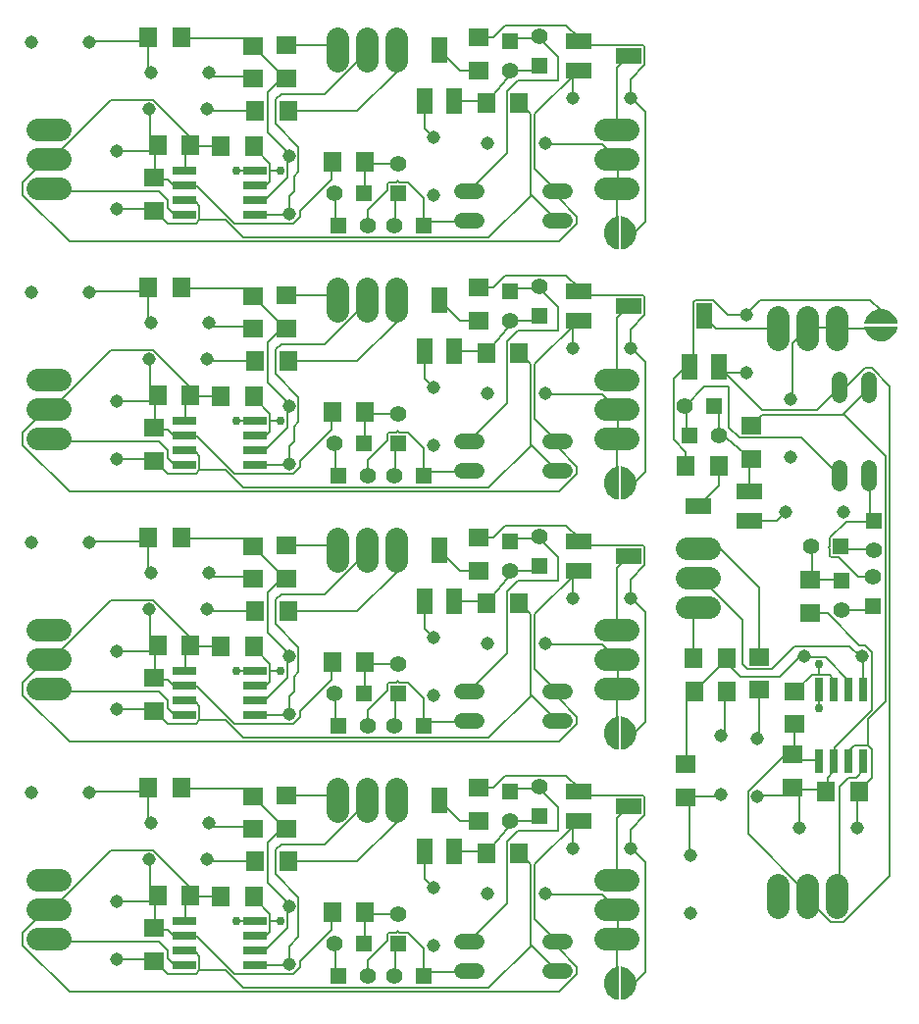
<source format=gbr>
G04 EAGLE Gerber X2 export*
%TF.Part,Single*%
%TF.FileFunction,Copper,L1,Top,Mixed*%
%TF.FilePolarity,Positive*%
%TF.GenerationSoftware,Autodesk,EAGLE,9.2.2*%
%TF.CreationDate,2019-04-19T13:45:25Z*%
G75*
%MOMM*%
%FSLAX34Y34*%
%LPD*%
%INTop Copper*%
%AMOC8*
5,1,8,0,0,1.08239X$1,22.5*%
G01*
%ADD10C,1.143000*%
%ADD11R,2.032000X0.660400*%
%ADD12R,1.803000X1.600000*%
%ADD13R,1.600000X1.803000*%
%ADD14C,1.408000*%
%ADD15R,1.408000X1.408000*%
%ADD16R,2.184400X1.320800*%
%ADD17C,1.955800*%
%ADD18C,1.320800*%
%ADD19R,1.320800X2.184400*%
%ADD20C,0.030478*%
%ADD21R,0.660400X2.032000*%
%ADD22C,0.152400*%
%ADD23C,0.756400*%
%ADD24C,0.203200*%

G36*
X818039Y589505D02*
X818039Y589505D01*
X818041Y589507D01*
X818043Y589506D01*
X820310Y590041D01*
X820312Y590044D01*
X820314Y590043D01*
X822462Y590943D01*
X822463Y590946D01*
X822466Y590945D01*
X824437Y592186D01*
X824438Y592189D01*
X824440Y592189D01*
X826181Y593736D01*
X826182Y593739D01*
X826184Y593739D01*
X827648Y595551D01*
X827647Y595554D01*
X827650Y595555D01*
X828796Y597583D01*
X828795Y597585D01*
X828798Y597586D01*
X829596Y599775D01*
X829595Y599777D01*
X829597Y599779D01*
X830025Y602068D01*
X830024Y602069D01*
X830025Y602070D01*
X830022Y602074D01*
X830008Y602096D01*
X830004Y602094D01*
X830001Y602098D01*
X801426Y602098D01*
X801425Y602097D01*
X801424Y602098D01*
X801421Y602093D01*
X801401Y602076D01*
X801402Y602075D01*
X801402Y602074D01*
X801404Y602071D01*
X801401Y602068D01*
X801829Y599779D01*
X801832Y599777D01*
X801831Y599775D01*
X802629Y597586D01*
X802631Y597585D01*
X802630Y597583D01*
X803776Y595555D01*
X803779Y595554D01*
X803779Y595551D01*
X805242Y593739D01*
X805245Y593739D01*
X805245Y593736D01*
X806986Y592189D01*
X806989Y592189D01*
X806989Y592186D01*
X808961Y590945D01*
X808963Y590946D01*
X808964Y590943D01*
X811113Y590043D01*
X811115Y590044D01*
X811116Y590041D01*
X813383Y589506D01*
X813386Y589507D01*
X813387Y589505D01*
X815711Y589348D01*
X815713Y589350D01*
X815715Y589348D01*
X818039Y589505D01*
G37*
G36*
X830001Y604271D02*
X830001Y604271D01*
X830002Y604271D01*
X830005Y604275D01*
X830025Y604292D01*
X830022Y604296D01*
X830025Y604300D01*
X829597Y606590D01*
X829595Y606591D01*
X829596Y606594D01*
X828798Y608782D01*
X828795Y608783D01*
X828796Y608786D01*
X827650Y610814D01*
X827647Y610815D01*
X827648Y610817D01*
X826184Y612629D01*
X826181Y612630D01*
X826181Y612632D01*
X824440Y614180D01*
X824437Y614180D01*
X824437Y614182D01*
X822466Y615423D01*
X822463Y615423D01*
X822462Y615425D01*
X820314Y616326D01*
X820311Y616325D01*
X820310Y616327D01*
X818043Y616863D01*
X818040Y616861D01*
X818039Y616863D01*
X815715Y617020D01*
X815713Y617019D01*
X815711Y617020D01*
X813387Y616863D01*
X813385Y616861D01*
X813383Y616863D01*
X811116Y616327D01*
X811115Y616325D01*
X811113Y616326D01*
X808964Y615425D01*
X808963Y615422D01*
X808961Y615423D01*
X806989Y614182D01*
X806988Y614179D01*
X806986Y614180D01*
X805245Y612632D01*
X805245Y612629D01*
X805242Y612629D01*
X803779Y610817D01*
X803779Y610814D01*
X803776Y610814D01*
X802630Y608786D01*
X802631Y608783D01*
X802629Y608782D01*
X801831Y606594D01*
X801831Y606592D01*
X801830Y606592D01*
X801831Y606591D01*
X801829Y606590D01*
X801401Y604300D01*
X801402Y604299D01*
X801401Y604298D01*
X801405Y604295D01*
X801418Y604272D01*
X801422Y604274D01*
X801426Y604271D01*
X830001Y604271D01*
X830001Y604271D01*
G37*
G36*
X591596Y236778D02*
X591596Y236778D01*
X591600Y236775D01*
X593890Y237203D01*
X593891Y237205D01*
X593894Y237204D01*
X596082Y238002D01*
X596083Y238005D01*
X596086Y238004D01*
X598114Y239150D01*
X598115Y239153D01*
X598117Y239152D01*
X599929Y240616D01*
X599930Y240619D01*
X599932Y240619D01*
X601480Y242360D01*
X601480Y242363D01*
X601482Y242363D01*
X602723Y244334D01*
X602723Y244337D01*
X602725Y244338D01*
X603626Y246486D01*
X603625Y246489D01*
X603627Y246490D01*
X604163Y248757D01*
X604161Y248760D01*
X604163Y248761D01*
X604320Y251085D01*
X604319Y251087D01*
X604320Y251089D01*
X604163Y253413D01*
X604162Y253414D01*
X604162Y253415D01*
X604161Y253415D01*
X604163Y253417D01*
X603627Y255684D01*
X603625Y255685D01*
X603626Y255687D01*
X602725Y257836D01*
X602722Y257837D01*
X602723Y257839D01*
X601482Y259811D01*
X601479Y259812D01*
X601480Y259814D01*
X599932Y261555D01*
X599929Y261555D01*
X599929Y261558D01*
X598117Y263021D01*
X598114Y263021D01*
X598114Y263024D01*
X596086Y264170D01*
X596083Y264169D01*
X596082Y264172D01*
X593894Y264970D01*
X593891Y264968D01*
X593890Y264971D01*
X591600Y265399D01*
X591599Y265398D01*
X591598Y265399D01*
X591595Y265396D01*
X591572Y265382D01*
X591574Y265378D01*
X591571Y265374D01*
X591571Y236799D01*
X591571Y236798D01*
X591575Y236795D01*
X591592Y236775D01*
X591596Y236778D01*
G37*
G36*
X591596Y668578D02*
X591596Y668578D01*
X591600Y668575D01*
X593890Y669003D01*
X593891Y669005D01*
X593894Y669004D01*
X596082Y669802D01*
X596083Y669805D01*
X596086Y669804D01*
X598114Y670950D01*
X598115Y670953D01*
X598117Y670952D01*
X599929Y672416D01*
X599930Y672419D01*
X599932Y672419D01*
X601480Y674160D01*
X601480Y674163D01*
X601482Y674163D01*
X602723Y676134D01*
X602723Y676137D01*
X602725Y676138D01*
X603626Y678286D01*
X603625Y678289D01*
X603627Y678290D01*
X604163Y680557D01*
X604161Y680560D01*
X604163Y680561D01*
X604320Y682885D01*
X604319Y682887D01*
X604320Y682889D01*
X604163Y685213D01*
X604161Y685214D01*
X604162Y685215D01*
X604161Y685215D01*
X604163Y685217D01*
X603627Y687484D01*
X603625Y687485D01*
X603626Y687487D01*
X602725Y689636D01*
X602722Y689637D01*
X602723Y689639D01*
X601482Y691611D01*
X601479Y691612D01*
X601480Y691614D01*
X599932Y693355D01*
X599929Y693355D01*
X599929Y693358D01*
X598117Y694821D01*
X598114Y694821D01*
X598114Y694824D01*
X596086Y695970D01*
X596083Y695969D01*
X596082Y695972D01*
X593894Y696770D01*
X593891Y696768D01*
X593890Y696771D01*
X591600Y697199D01*
X591599Y697198D01*
X591598Y697199D01*
X591595Y697196D01*
X591572Y697182D01*
X591574Y697178D01*
X591571Y697174D01*
X591571Y668599D01*
X591571Y668598D01*
X591575Y668595D01*
X591592Y668575D01*
X591596Y668578D01*
G37*
G36*
X591596Y20878D02*
X591596Y20878D01*
X591600Y20875D01*
X593890Y21303D01*
X593891Y21305D01*
X593894Y21304D01*
X596082Y22102D01*
X596083Y22105D01*
X596086Y22104D01*
X598114Y23250D01*
X598115Y23253D01*
X598117Y23252D01*
X599929Y24716D01*
X599930Y24719D01*
X599932Y24719D01*
X601480Y26460D01*
X601480Y26463D01*
X601482Y26463D01*
X602723Y28434D01*
X602723Y28437D01*
X602725Y28438D01*
X603626Y30586D01*
X603625Y30589D01*
X603627Y30590D01*
X604163Y32857D01*
X604161Y32860D01*
X604163Y32861D01*
X604320Y35185D01*
X604319Y35187D01*
X604320Y35189D01*
X604163Y37513D01*
X604161Y37514D01*
X604162Y37515D01*
X604161Y37515D01*
X604163Y37517D01*
X603627Y39784D01*
X603625Y39785D01*
X603626Y39787D01*
X602725Y41936D01*
X602722Y41937D01*
X602723Y41939D01*
X601482Y43911D01*
X601479Y43912D01*
X601480Y43914D01*
X599932Y45655D01*
X599929Y45655D01*
X599929Y45658D01*
X598117Y47121D01*
X598114Y47121D01*
X598114Y47124D01*
X596086Y48270D01*
X596083Y48269D01*
X596082Y48272D01*
X593894Y49070D01*
X593891Y49068D01*
X593890Y49071D01*
X591600Y49499D01*
X591599Y49498D01*
X591598Y49499D01*
X591595Y49496D01*
X591572Y49482D01*
X591574Y49478D01*
X591571Y49474D01*
X591571Y20899D01*
X591571Y20898D01*
X591575Y20895D01*
X591592Y20875D01*
X591596Y20878D01*
G37*
G36*
X591596Y452678D02*
X591596Y452678D01*
X591600Y452675D01*
X593890Y453103D01*
X593891Y453105D01*
X593894Y453104D01*
X596082Y453902D01*
X596083Y453905D01*
X596086Y453904D01*
X598114Y455050D01*
X598115Y455053D01*
X598117Y455052D01*
X599929Y456516D01*
X599930Y456519D01*
X599932Y456519D01*
X601480Y458260D01*
X601480Y458263D01*
X601482Y458263D01*
X602723Y460234D01*
X602723Y460237D01*
X602725Y460238D01*
X603626Y462386D01*
X603625Y462389D01*
X603627Y462390D01*
X604163Y464657D01*
X604161Y464660D01*
X604163Y464661D01*
X604320Y466985D01*
X604319Y466987D01*
X604320Y466989D01*
X604163Y469313D01*
X604161Y469314D01*
X604162Y469315D01*
X604161Y469315D01*
X604163Y469317D01*
X603627Y471584D01*
X603625Y471585D01*
X603626Y471587D01*
X602725Y473736D01*
X602722Y473737D01*
X602723Y473739D01*
X601482Y475711D01*
X601479Y475712D01*
X601480Y475714D01*
X599932Y477455D01*
X599929Y477455D01*
X599929Y477458D01*
X598117Y478921D01*
X598114Y478921D01*
X598114Y478924D01*
X596086Y480070D01*
X596083Y480069D01*
X596082Y480072D01*
X593894Y480870D01*
X593891Y480868D01*
X593890Y480871D01*
X591600Y481299D01*
X591599Y481298D01*
X591598Y481299D01*
X591595Y481296D01*
X591572Y481282D01*
X591574Y481278D01*
X591571Y481274D01*
X591571Y452699D01*
X591571Y452698D01*
X591575Y452695D01*
X591592Y452675D01*
X591596Y452678D01*
G37*
G36*
X589374Y452678D02*
X589374Y452678D01*
X589396Y452692D01*
X589394Y452696D01*
X589398Y452699D01*
X589398Y481274D01*
X589397Y481275D01*
X589398Y481276D01*
X589393Y481279D01*
X589376Y481299D01*
X589372Y481296D01*
X589368Y481299D01*
X587079Y480871D01*
X587077Y480868D01*
X587075Y480870D01*
X584886Y480072D01*
X584885Y480069D01*
X584883Y480070D01*
X582855Y478924D01*
X582854Y478921D01*
X582851Y478921D01*
X581039Y477458D01*
X581039Y477455D01*
X581036Y477455D01*
X579489Y475714D01*
X579489Y475711D01*
X579486Y475711D01*
X578245Y473739D01*
X578246Y473737D01*
X578243Y473736D01*
X577343Y471587D01*
X577344Y471585D01*
X577341Y471584D01*
X576806Y469317D01*
X576807Y469314D01*
X576805Y469313D01*
X576648Y466989D01*
X576650Y466987D01*
X576648Y466985D01*
X576805Y464661D01*
X576807Y464659D01*
X576806Y464657D01*
X577341Y462390D01*
X577344Y462389D01*
X577343Y462386D01*
X578243Y460238D01*
X578246Y460237D01*
X578245Y460234D01*
X579486Y458263D01*
X579489Y458262D01*
X579489Y458260D01*
X581036Y456519D01*
X581039Y456518D01*
X581039Y456516D01*
X582851Y455052D01*
X582854Y455053D01*
X582855Y455050D01*
X584883Y453904D01*
X584885Y453905D01*
X584886Y453902D01*
X587075Y453104D01*
X587077Y453105D01*
X587079Y453103D01*
X589368Y452675D01*
X589369Y452676D01*
X589370Y452675D01*
X589374Y452678D01*
G37*
G36*
X589374Y236778D02*
X589374Y236778D01*
X589396Y236792D01*
X589394Y236796D01*
X589398Y236799D01*
X589398Y265374D01*
X589397Y265375D01*
X589398Y265376D01*
X589393Y265379D01*
X589376Y265399D01*
X589372Y265396D01*
X589368Y265399D01*
X587079Y264971D01*
X587077Y264968D01*
X587075Y264970D01*
X584886Y264172D01*
X584885Y264169D01*
X584883Y264170D01*
X582855Y263024D01*
X582854Y263021D01*
X582851Y263021D01*
X581039Y261558D01*
X581039Y261555D01*
X581036Y261555D01*
X579489Y259814D01*
X579489Y259811D01*
X579486Y259811D01*
X578245Y257839D01*
X578246Y257837D01*
X578243Y257836D01*
X577343Y255687D01*
X577344Y255685D01*
X577341Y255684D01*
X576806Y253417D01*
X576807Y253414D01*
X576805Y253413D01*
X576648Y251089D01*
X576650Y251087D01*
X576648Y251085D01*
X576805Y248761D01*
X576807Y248759D01*
X576806Y248757D01*
X577341Y246490D01*
X577344Y246489D01*
X577343Y246486D01*
X578243Y244338D01*
X578246Y244337D01*
X578245Y244334D01*
X579486Y242363D01*
X579489Y242362D01*
X579489Y242360D01*
X581036Y240619D01*
X581039Y240618D01*
X581039Y240616D01*
X582851Y239152D01*
X582854Y239153D01*
X582855Y239150D01*
X584883Y238004D01*
X584885Y238005D01*
X584886Y238002D01*
X587075Y237204D01*
X587077Y237205D01*
X587079Y237203D01*
X589368Y236775D01*
X589369Y236776D01*
X589370Y236775D01*
X589374Y236778D01*
G37*
G36*
X589374Y20878D02*
X589374Y20878D01*
X589396Y20892D01*
X589394Y20896D01*
X589398Y20899D01*
X589398Y49474D01*
X589397Y49475D01*
X589398Y49476D01*
X589393Y49479D01*
X589376Y49499D01*
X589372Y49496D01*
X589368Y49499D01*
X587079Y49071D01*
X587077Y49068D01*
X587075Y49070D01*
X584886Y48272D01*
X584885Y48269D01*
X584883Y48270D01*
X582855Y47124D01*
X582854Y47121D01*
X582851Y47121D01*
X581039Y45658D01*
X581039Y45655D01*
X581036Y45655D01*
X579489Y43914D01*
X579489Y43911D01*
X579486Y43911D01*
X578245Y41939D01*
X578246Y41937D01*
X578243Y41936D01*
X577343Y39787D01*
X577344Y39785D01*
X577341Y39784D01*
X576806Y37517D01*
X576807Y37514D01*
X576805Y37513D01*
X576648Y35189D01*
X576650Y35187D01*
X576648Y35185D01*
X576805Y32861D01*
X576807Y32859D01*
X576806Y32857D01*
X577341Y30590D01*
X577344Y30589D01*
X577343Y30586D01*
X578243Y28438D01*
X578246Y28437D01*
X578245Y28434D01*
X579486Y26463D01*
X579489Y26462D01*
X579489Y26460D01*
X581036Y24719D01*
X581039Y24718D01*
X581039Y24716D01*
X582851Y23252D01*
X582854Y23253D01*
X582855Y23250D01*
X584883Y22104D01*
X584885Y22105D01*
X584886Y22102D01*
X587075Y21304D01*
X587077Y21305D01*
X587079Y21303D01*
X589368Y20875D01*
X589369Y20876D01*
X589370Y20875D01*
X589374Y20878D01*
G37*
G36*
X589374Y668578D02*
X589374Y668578D01*
X589396Y668592D01*
X589394Y668596D01*
X589398Y668599D01*
X589398Y697174D01*
X589397Y697175D01*
X589398Y697176D01*
X589393Y697179D01*
X589376Y697199D01*
X589372Y697196D01*
X589368Y697199D01*
X587079Y696771D01*
X587077Y696768D01*
X587075Y696770D01*
X584886Y695972D01*
X584885Y695969D01*
X584883Y695970D01*
X582855Y694824D01*
X582854Y694821D01*
X582851Y694821D01*
X581039Y693358D01*
X581039Y693355D01*
X581036Y693355D01*
X579489Y691614D01*
X579489Y691611D01*
X579486Y691611D01*
X578245Y689639D01*
X578246Y689637D01*
X578243Y689636D01*
X577343Y687487D01*
X577344Y687485D01*
X577341Y687484D01*
X576806Y685217D01*
X576807Y685214D01*
X576805Y685213D01*
X576648Y682889D01*
X576650Y682887D01*
X576648Y682885D01*
X576805Y680561D01*
X576807Y680559D01*
X576806Y680557D01*
X577341Y678290D01*
X577344Y678289D01*
X577343Y678286D01*
X578243Y676138D01*
X578246Y676137D01*
X578245Y676134D01*
X579486Y674163D01*
X579489Y674162D01*
X579489Y674160D01*
X581036Y672419D01*
X581039Y672418D01*
X581039Y672416D01*
X582851Y670952D01*
X582854Y670953D01*
X582855Y670950D01*
X584883Y669804D01*
X584885Y669805D01*
X584886Y669802D01*
X587075Y669004D01*
X587077Y669005D01*
X587079Y669003D01*
X589368Y668575D01*
X589369Y668576D01*
X589370Y668575D01*
X589374Y668578D01*
G37*
D10*
X304826Y101665D03*
X304826Y51665D03*
X235626Y173665D03*
X185626Y173665D03*
X132626Y199265D03*
X82626Y199265D03*
X233826Y141665D03*
X183826Y141665D03*
X156126Y105665D03*
X156126Y55665D03*
D11*
X275560Y50215D03*
X214092Y50215D03*
X275560Y62915D03*
X275560Y75615D03*
X214092Y62915D03*
X214092Y75615D03*
X275560Y88315D03*
X214092Y88315D03*
D12*
X302841Y168329D03*
X302841Y196769D03*
X273768Y196569D03*
X273768Y168129D03*
D13*
X211546Y203765D03*
X183106Y203765D03*
X304046Y140114D03*
X275606Y140114D03*
D12*
X187926Y82385D03*
X187926Y53945D03*
D13*
X370546Y95965D03*
X342106Y95965D03*
X191306Y111165D03*
X219746Y111165D03*
D14*
X373002Y41649D03*
D15*
X347602Y41649D03*
D14*
X344126Y69465D03*
D15*
X369526Y69465D03*
D14*
X399137Y95017D03*
D15*
X399137Y69617D03*
D14*
X395682Y41007D03*
D15*
X421082Y41007D03*
D16*
X554426Y200595D03*
X598426Y187865D03*
X554426Y175135D03*
D13*
X503418Y147443D03*
X474978Y147443D03*
D14*
X520926Y204665D03*
D15*
X520926Y179265D03*
D14*
X495326Y175265D03*
D15*
X495326Y200665D03*
D17*
X577784Y123996D02*
X597342Y123996D01*
X597342Y98596D02*
X577784Y98596D01*
X577784Y73196D02*
X597342Y73196D01*
X107342Y123996D02*
X87784Y123996D01*
X87784Y98596D02*
X107342Y98596D01*
X107342Y73196D02*
X87784Y73196D01*
X346763Y183135D02*
X346763Y202693D01*
X372163Y202693D02*
X372163Y183135D01*
X397563Y183135D02*
X397563Y202693D01*
D10*
X476319Y112794D03*
X526319Y112794D03*
D13*
X274479Y110201D03*
X246039Y110201D03*
D18*
X529978Y45489D02*
X543186Y45489D01*
X543186Y70889D02*
X529978Y70889D01*
X466986Y70889D02*
X453778Y70889D01*
X453778Y45489D02*
X466986Y45489D01*
D19*
X421713Y148943D03*
X434443Y192943D03*
X447173Y148943D03*
D12*
X468651Y175142D03*
X468651Y203582D03*
D10*
X429369Y117770D03*
X429369Y67770D03*
X549469Y151682D03*
X599469Y151682D03*
D20*
X577174Y36559D02*
X577174Y33815D01*
X577174Y36559D02*
X578394Y36559D01*
X578394Y33815D01*
X577174Y33815D01*
X577174Y34105D02*
X578394Y34105D01*
X578394Y34395D02*
X577174Y34395D01*
X577174Y34685D02*
X578394Y34685D01*
X578394Y34975D02*
X577174Y34975D01*
X577174Y35265D02*
X578394Y35265D01*
X578394Y35555D02*
X577174Y35555D01*
X577174Y35845D02*
X578394Y35845D01*
X578394Y36135D02*
X577174Y36135D01*
X577174Y36425D02*
X578394Y36425D01*
X603794Y36559D02*
X603794Y33815D01*
X602574Y33815D01*
X602574Y36559D01*
X603794Y36559D01*
X603794Y34105D02*
X602574Y34105D01*
X602574Y34395D02*
X603794Y34395D01*
X603794Y34685D02*
X602574Y34685D01*
X602574Y34975D02*
X603794Y34975D01*
X603794Y35265D02*
X602574Y35265D01*
X602574Y35555D02*
X603794Y35555D01*
X603794Y35845D02*
X602574Y35845D01*
X602574Y36135D02*
X603794Y36135D01*
X603794Y36425D02*
X602574Y36425D01*
D10*
X304826Y317565D03*
X304826Y267565D03*
X235626Y389565D03*
X185626Y389565D03*
X132626Y415165D03*
X82626Y415165D03*
X233826Y357565D03*
X183826Y357565D03*
X156126Y321565D03*
X156126Y271565D03*
D11*
X275560Y266115D03*
X214092Y266115D03*
X275560Y278815D03*
X275560Y291515D03*
X214092Y278815D03*
X214092Y291515D03*
X275560Y304215D03*
X214092Y304215D03*
D12*
X302841Y384229D03*
X302841Y412669D03*
X273768Y412469D03*
X273768Y384029D03*
D13*
X211546Y419665D03*
X183106Y419665D03*
X304046Y356014D03*
X275606Y356014D03*
D12*
X187926Y298285D03*
X187926Y269845D03*
D13*
X370546Y311865D03*
X342106Y311865D03*
X191306Y327065D03*
X219746Y327065D03*
D14*
X373002Y257549D03*
D15*
X347602Y257549D03*
D14*
X344126Y285365D03*
D15*
X369526Y285365D03*
D14*
X399137Y310917D03*
D15*
X399137Y285517D03*
D14*
X395682Y256907D03*
D15*
X421082Y256907D03*
D16*
X554426Y416495D03*
X598426Y403765D03*
X554426Y391035D03*
D13*
X503418Y363343D03*
X474978Y363343D03*
D14*
X520926Y420565D03*
D15*
X520926Y395165D03*
D14*
X495326Y391165D03*
D15*
X495326Y416565D03*
D17*
X577784Y339896D02*
X597342Y339896D01*
X597342Y314496D02*
X577784Y314496D01*
X577784Y289096D02*
X597342Y289096D01*
X107342Y339896D02*
X87784Y339896D01*
X87784Y314496D02*
X107342Y314496D01*
X107342Y289096D02*
X87784Y289096D01*
X346763Y399035D02*
X346763Y418593D01*
X372163Y418593D02*
X372163Y399035D01*
X397563Y399035D02*
X397563Y418593D01*
D10*
X476319Y328694D03*
X526319Y328694D03*
D13*
X274479Y326101D03*
X246039Y326101D03*
D18*
X529978Y261389D02*
X543186Y261389D01*
X543186Y286789D02*
X529978Y286789D01*
X466986Y286789D02*
X453778Y286789D01*
X453778Y261389D02*
X466986Y261389D01*
D19*
X421713Y364843D03*
X434443Y408843D03*
X447173Y364843D03*
D12*
X468651Y391042D03*
X468651Y419482D03*
D10*
X429369Y333670D03*
X429369Y283670D03*
X549469Y367582D03*
X599469Y367582D03*
D20*
X577174Y252459D02*
X577174Y249715D01*
X577174Y252459D02*
X578394Y252459D01*
X578394Y249715D01*
X577174Y249715D01*
X577174Y250005D02*
X578394Y250005D01*
X578394Y250295D02*
X577174Y250295D01*
X577174Y250585D02*
X578394Y250585D01*
X578394Y250875D02*
X577174Y250875D01*
X577174Y251165D02*
X578394Y251165D01*
X578394Y251455D02*
X577174Y251455D01*
X577174Y251745D02*
X578394Y251745D01*
X578394Y252035D02*
X577174Y252035D01*
X577174Y252325D02*
X578394Y252325D01*
X603794Y252459D02*
X603794Y249715D01*
X602574Y249715D01*
X602574Y252459D01*
X603794Y252459D01*
X603794Y250005D02*
X602574Y250005D01*
X602574Y250295D02*
X603794Y250295D01*
X603794Y250585D02*
X602574Y250585D01*
X602574Y250875D02*
X603794Y250875D01*
X603794Y251165D02*
X602574Y251165D01*
X602574Y251455D02*
X603794Y251455D01*
X603794Y251745D02*
X602574Y251745D01*
X602574Y252035D02*
X603794Y252035D01*
X603794Y252325D02*
X602574Y252325D01*
D10*
X304826Y533465D03*
X304826Y483465D03*
X235626Y605465D03*
X185626Y605465D03*
X132626Y631065D03*
X82626Y631065D03*
X233826Y573465D03*
X183826Y573465D03*
X156126Y537465D03*
X156126Y487465D03*
D11*
X275560Y482015D03*
X214092Y482015D03*
X275560Y494715D03*
X275560Y507415D03*
X214092Y494715D03*
X214092Y507415D03*
X275560Y520115D03*
X214092Y520115D03*
D12*
X302841Y600129D03*
X302841Y628569D03*
X273768Y628369D03*
X273768Y599929D03*
D13*
X211546Y635565D03*
X183106Y635565D03*
X304046Y571914D03*
X275606Y571914D03*
D12*
X187926Y514185D03*
X187926Y485745D03*
D13*
X370546Y527765D03*
X342106Y527765D03*
X191306Y542965D03*
X219746Y542965D03*
D14*
X373002Y473449D03*
D15*
X347602Y473449D03*
D14*
X344126Y501265D03*
D15*
X369526Y501265D03*
D14*
X399137Y526817D03*
D15*
X399137Y501417D03*
D14*
X395682Y472807D03*
D15*
X421082Y472807D03*
D16*
X554426Y632395D03*
X598426Y619665D03*
X554426Y606935D03*
D13*
X503418Y579243D03*
X474978Y579243D03*
D14*
X520926Y636465D03*
D15*
X520926Y611065D03*
D14*
X495326Y607065D03*
D15*
X495326Y632465D03*
D17*
X577784Y555796D02*
X597342Y555796D01*
X597342Y530396D02*
X577784Y530396D01*
X577784Y504996D02*
X597342Y504996D01*
X107342Y555796D02*
X87784Y555796D01*
X87784Y530396D02*
X107342Y530396D01*
X107342Y504996D02*
X87784Y504996D01*
X346763Y614935D02*
X346763Y634493D01*
X372163Y634493D02*
X372163Y614935D01*
X397563Y614935D02*
X397563Y634493D01*
D10*
X476319Y544594D03*
X526319Y544594D03*
D13*
X274479Y542001D03*
X246039Y542001D03*
D18*
X529978Y477289D02*
X543186Y477289D01*
X543186Y502689D02*
X529978Y502689D01*
X466986Y502689D02*
X453778Y502689D01*
X453778Y477289D02*
X466986Y477289D01*
D19*
X421713Y580743D03*
X434443Y624743D03*
X447173Y580743D03*
D12*
X468651Y606942D03*
X468651Y635382D03*
D10*
X429369Y549570D03*
X429369Y499570D03*
X549469Y583482D03*
X599469Y583482D03*
D20*
X577174Y468359D02*
X577174Y465615D01*
X577174Y468359D02*
X578394Y468359D01*
X578394Y465615D01*
X577174Y465615D01*
X577174Y465905D02*
X578394Y465905D01*
X578394Y466195D02*
X577174Y466195D01*
X577174Y466485D02*
X578394Y466485D01*
X578394Y466775D02*
X577174Y466775D01*
X577174Y467065D02*
X578394Y467065D01*
X578394Y467355D02*
X577174Y467355D01*
X577174Y467645D02*
X578394Y467645D01*
X578394Y467935D02*
X577174Y467935D01*
X577174Y468225D02*
X578394Y468225D01*
X603794Y468359D02*
X603794Y465615D01*
X602574Y465615D01*
X602574Y468359D01*
X603794Y468359D01*
X603794Y465905D02*
X602574Y465905D01*
X602574Y466195D02*
X603794Y466195D01*
X603794Y466485D02*
X602574Y466485D01*
X602574Y466775D02*
X603794Y466775D01*
X603794Y467065D02*
X602574Y467065D01*
X602574Y467355D02*
X603794Y467355D01*
X603794Y467645D02*
X602574Y467645D01*
X602574Y467935D02*
X603794Y467935D01*
X603794Y468225D02*
X602574Y468225D01*
D10*
X304826Y749365D03*
X304826Y699365D03*
X235626Y821365D03*
X185626Y821365D03*
X132626Y846965D03*
X82626Y846965D03*
X233826Y789365D03*
X183826Y789365D03*
X156126Y753365D03*
X156126Y703365D03*
D11*
X275560Y697915D03*
X214092Y697915D03*
X275560Y710615D03*
X275560Y723315D03*
X214092Y710615D03*
X214092Y723315D03*
X275560Y736015D03*
X214092Y736015D03*
D12*
X302841Y816029D03*
X302841Y844469D03*
X273768Y844269D03*
X273768Y815829D03*
D13*
X211546Y851465D03*
X183106Y851465D03*
X304046Y787814D03*
X275606Y787814D03*
D12*
X187926Y730085D03*
X187926Y701645D03*
D13*
X370546Y743665D03*
X342106Y743665D03*
X191306Y758865D03*
X219746Y758865D03*
D14*
X373002Y689349D03*
D15*
X347602Y689349D03*
D14*
X344126Y717165D03*
D15*
X369526Y717165D03*
D14*
X399137Y742717D03*
D15*
X399137Y717317D03*
D14*
X395682Y688707D03*
D15*
X421082Y688707D03*
D16*
X554426Y848295D03*
X598426Y835565D03*
X554426Y822835D03*
D13*
X503418Y795143D03*
X474978Y795143D03*
D14*
X520926Y852365D03*
D15*
X520926Y826965D03*
D14*
X495326Y822965D03*
D15*
X495326Y848365D03*
D17*
X577784Y771696D02*
X597342Y771696D01*
X597342Y746296D02*
X577784Y746296D01*
X577784Y720896D02*
X597342Y720896D01*
X107342Y771696D02*
X87784Y771696D01*
X87784Y746296D02*
X107342Y746296D01*
X107342Y720896D02*
X87784Y720896D01*
X346763Y830835D02*
X346763Y850393D01*
X372163Y850393D02*
X372163Y830835D01*
X397563Y830835D02*
X397563Y850393D01*
D10*
X476319Y760494D03*
X526319Y760494D03*
D13*
X274479Y757901D03*
X246039Y757901D03*
D18*
X529978Y693189D02*
X543186Y693189D01*
X543186Y718589D02*
X529978Y718589D01*
X466986Y718589D02*
X453778Y718589D01*
X453778Y693189D02*
X466986Y693189D01*
D19*
X421713Y796643D03*
X434443Y840643D03*
X447173Y796643D03*
D12*
X468651Y822842D03*
X468651Y851282D03*
D10*
X429369Y765470D03*
X429369Y715470D03*
X549469Y799382D03*
X599469Y799382D03*
D20*
X577174Y684259D02*
X577174Y681515D01*
X577174Y684259D02*
X578394Y684259D01*
X578394Y681515D01*
X577174Y681515D01*
X577174Y681805D02*
X578394Y681805D01*
X578394Y682095D02*
X577174Y682095D01*
X577174Y682385D02*
X578394Y682385D01*
X578394Y682675D02*
X577174Y682675D01*
X577174Y682965D02*
X578394Y682965D01*
X578394Y683255D02*
X577174Y683255D01*
X577174Y683545D02*
X578394Y683545D01*
X578394Y683835D02*
X577174Y683835D01*
X577174Y684125D02*
X578394Y684125D01*
X603794Y684259D02*
X603794Y681515D01*
X602574Y681515D01*
X602574Y684259D01*
X603794Y684259D01*
X603794Y681805D02*
X602574Y681805D01*
X602574Y682095D02*
X603794Y682095D01*
X603794Y682385D02*
X602574Y682385D01*
X602574Y682675D02*
X603794Y682675D01*
X603794Y682965D02*
X602574Y682965D01*
X602574Y683255D02*
X603794Y683255D01*
X603794Y683545D02*
X602574Y683545D01*
X602574Y683835D02*
X603794Y683835D01*
X603794Y684125D02*
X602574Y684125D01*
D10*
X749235Y317526D03*
X799235Y317526D03*
X677235Y248326D03*
X677235Y198326D03*
X651635Y145326D03*
X651635Y95326D03*
X709235Y246526D03*
X709235Y196526D03*
X745235Y168826D03*
X795235Y168826D03*
D21*
X800685Y288260D03*
X800685Y226792D03*
X787985Y288260D03*
X775285Y288260D03*
X787985Y226792D03*
X775285Y226792D03*
X762585Y288260D03*
X762585Y226792D03*
D13*
X682571Y315541D03*
X654131Y315541D03*
X654331Y286468D03*
X682771Y286468D03*
D12*
X647135Y224246D03*
X647135Y195806D03*
X710786Y316746D03*
X710786Y288306D03*
D13*
X768515Y200626D03*
X796955Y200626D03*
D12*
X754935Y383246D03*
X754935Y354806D03*
X739735Y204006D03*
X739735Y232446D03*
D14*
X809251Y385702D03*
D15*
X809251Y360302D03*
D14*
X781435Y356826D03*
D15*
X781435Y382226D03*
D14*
X755883Y411837D03*
D15*
X781283Y411837D03*
D14*
X809893Y408382D03*
D15*
X809893Y433782D03*
D19*
X650305Y567126D03*
X663035Y611126D03*
X675765Y567126D03*
D12*
X703457Y516118D03*
X703457Y487678D03*
D14*
X646235Y533626D03*
D15*
X671635Y533626D03*
D14*
X675635Y508026D03*
D15*
X650235Y508026D03*
D17*
X726904Y590484D02*
X726904Y610042D01*
X752304Y610042D02*
X752304Y590484D01*
X777704Y590484D02*
X777704Y610042D01*
X726904Y120042D02*
X726904Y100484D01*
X752304Y100484D02*
X752304Y120042D01*
X777704Y120042D02*
X777704Y100484D01*
X667765Y359463D02*
X648207Y359463D01*
X648207Y384863D02*
X667765Y384863D01*
X667765Y410263D02*
X648207Y410263D01*
D10*
X738106Y489019D03*
X738106Y539019D03*
D12*
X740699Y287179D03*
X740699Y258739D03*
D18*
X805411Y542678D02*
X805411Y555886D01*
X780011Y555886D02*
X780011Y542678D01*
X780011Y479686D02*
X780011Y466478D01*
X805411Y466478D02*
X805411Y479686D01*
D16*
X701957Y434413D03*
X657957Y447143D03*
X701957Y459873D03*
D13*
X675758Y481351D03*
X647318Y481351D03*
D10*
X733130Y442069D03*
X783130Y442069D03*
X699218Y562169D03*
X699218Y612169D03*
D20*
X814341Y589874D02*
X817085Y589874D01*
X814341Y589874D02*
X814341Y591094D01*
X817085Y591094D01*
X817085Y589874D01*
X817085Y590164D02*
X814341Y590164D01*
X814341Y590454D02*
X817085Y590454D01*
X817085Y590744D02*
X814341Y590744D01*
X814341Y591034D02*
X817085Y591034D01*
X817085Y616494D02*
X814341Y616494D01*
X817085Y616494D02*
X817085Y615274D01*
X814341Y615274D01*
X814341Y616494D01*
X814341Y615564D02*
X817085Y615564D01*
X817085Y615854D02*
X814341Y615854D01*
X814341Y616144D02*
X817085Y616144D01*
X817085Y616434D02*
X814341Y616434D01*
D22*
X213650Y50773D02*
X206030Y50773D01*
X199934Y56869D01*
X199934Y62965D01*
X192314Y70585D01*
X99350Y70585D01*
X97826Y72109D01*
X213650Y50773D02*
X214092Y50215D01*
X97826Y72109D02*
X97563Y73196D01*
X259370Y88873D02*
X274610Y88873D01*
X275560Y88315D01*
D23*
X259370Y88873D03*
D22*
X245654Y110209D02*
X221270Y110209D01*
X245654Y110209D02*
X246039Y110201D01*
X221270Y110209D02*
X219746Y111165D01*
X215174Y105637D02*
X215174Y88873D01*
X215174Y105637D02*
X219746Y110209D01*
X215174Y88873D02*
X214092Y88315D01*
X219746Y110209D02*
X219746Y111165D01*
X219746Y111733D02*
X219746Y117829D01*
X187742Y149833D01*
X151166Y149833D01*
X100874Y99541D01*
X97826Y99541D01*
X219746Y111165D02*
X219746Y111733D01*
X97826Y99541D02*
X97563Y98596D01*
X536738Y70585D02*
X536738Y66013D01*
X553502Y49249D01*
X553502Y43153D01*
X537850Y27500D01*
X115003Y27500D01*
X74966Y67537D01*
X74966Y78205D01*
X96302Y99541D01*
X536582Y70889D02*
X536738Y70585D01*
X97563Y98596D02*
X96302Y99541D01*
X516926Y90545D02*
X536582Y70889D01*
X516926Y90545D02*
X516926Y137635D01*
X554426Y175135D01*
D24*
X549469Y170178D01*
D22*
X549469Y151682D01*
X587495Y125897D02*
X587495Y177713D01*
X587495Y125897D02*
X588554Y125449D01*
X587495Y177713D02*
X598426Y187865D01*
X588554Y125449D02*
X587563Y123996D01*
X273086Y169645D02*
X239558Y169645D01*
X236510Y172693D01*
X273086Y169645D02*
X273768Y168129D01*
X236510Y172693D02*
X235626Y173665D01*
X183170Y175741D02*
X183170Y200125D01*
X183170Y203173D01*
X183170Y175741D02*
X184694Y174217D01*
X183170Y203173D02*
X183106Y203765D01*
X184694Y174217D02*
X185626Y173665D01*
X183170Y200125D02*
X132878Y200125D01*
X132626Y199265D01*
X183170Y200125D02*
X183106Y203765D01*
X234986Y140689D02*
X274610Y140689D01*
X275606Y140114D01*
X234986Y140689D02*
X233826Y141665D01*
X189266Y108685D02*
X189266Y105637D01*
X189266Y82777D01*
X189266Y108685D02*
X190790Y110209D01*
X189266Y82777D02*
X187926Y82385D01*
X190790Y110209D02*
X191306Y111165D01*
X189266Y105637D02*
X157262Y105637D01*
X156126Y105665D01*
X189266Y105637D02*
X191306Y111165D01*
X184694Y117829D02*
X184694Y140689D01*
X184694Y117829D02*
X190790Y111733D01*
X184694Y140689D02*
X183826Y141665D01*
X190790Y111733D02*
X191306Y111165D01*
X341666Y94969D02*
X341666Y81253D01*
X314234Y53821D01*
X314234Y49249D01*
X308138Y43153D01*
X257846Y43153D01*
X225842Y75157D01*
X215174Y75157D01*
X341666Y94969D02*
X342106Y95965D01*
X215174Y75157D02*
X214092Y75615D01*
X199934Y81253D02*
X189266Y81253D01*
X199934Y81253D02*
X204506Y76681D01*
X213650Y76681D01*
X189266Y81253D02*
X187926Y82385D01*
X213650Y76681D02*
X214092Y75615D01*
X344714Y69061D02*
X344714Y44483D01*
X344714Y69061D02*
X344126Y69465D01*
X344714Y44483D02*
X347602Y41649D01*
X396530Y41300D02*
X396530Y67537D01*
X398054Y69061D01*
X396530Y41300D02*
X395682Y41007D01*
X398054Y69061D02*
X399137Y69617D01*
X370622Y70585D02*
X370622Y94969D01*
X370622Y70585D02*
X369526Y69465D01*
X370622Y94969D02*
X398054Y94969D01*
X399137Y95017D01*
X370622Y94969D02*
X370546Y95965D01*
X283754Y62965D02*
X276134Y62965D01*
X283754Y62965D02*
X303566Y82777D01*
X303566Y101065D01*
X276134Y62965D02*
X275560Y62915D01*
X303566Y101065D02*
X304826Y101665D01*
X302042Y168121D02*
X300320Y169843D01*
X274610Y195553D01*
X273768Y196569D01*
X266990Y203173D02*
X212126Y203173D01*
X266990Y203173D02*
X273086Y197077D01*
X212126Y203173D02*
X211546Y203765D01*
X273086Y197077D02*
X273768Y196569D01*
X303566Y105234D02*
X303566Y102589D01*
X303566Y105234D02*
X286698Y122102D01*
X286698Y156220D01*
X300320Y169843D01*
X303566Y102589D02*
X304826Y101665D01*
X302042Y168121D02*
X302841Y168329D01*
X527594Y111733D02*
X574838Y111733D01*
X587030Y99541D01*
X527594Y111733D02*
X526319Y112794D01*
X587030Y99541D02*
X587563Y98596D01*
X588554Y98017D02*
X588554Y73633D01*
X587563Y73196D01*
X588554Y98017D02*
X587563Y98596D01*
X587563Y73196D02*
X587563Y44966D01*
X577784Y35187D01*
X187742Y55345D02*
X157262Y55345D01*
X187742Y55345D02*
X187926Y53945D01*
X157262Y55345D02*
X156126Y55665D01*
X215174Y61441D02*
X224318Y61441D01*
X227366Y58393D01*
X227366Y46201D01*
X224318Y43153D01*
X199934Y43153D01*
X189266Y53821D01*
X214092Y62915D02*
X215174Y61441D01*
X189266Y53821D02*
X187926Y53945D01*
X513878Y67537D02*
X535214Y46201D01*
X536582Y45489D01*
X250226Y46201D02*
X227366Y46201D01*
X250226Y46201D02*
X265524Y30903D01*
X477245Y30903D01*
X513298Y66957D02*
X513878Y67537D01*
X513298Y66957D02*
X477245Y30903D01*
X513298Y137563D02*
X503418Y147443D01*
X513298Y137563D02*
X513298Y66957D01*
X459014Y44677D02*
X427010Y44677D01*
X420914Y38581D01*
X459014Y44677D02*
X460382Y45489D01*
X421082Y41007D02*
X420914Y40637D01*
X373922Y41216D02*
X373002Y41649D01*
X419745Y39899D02*
X421082Y41007D01*
X373002Y41649D02*
X373002Y54898D01*
X389811Y71707D01*
X389811Y77604D01*
X391150Y78943D01*
X397048Y78943D01*
X398286Y80181D01*
X399524Y78943D01*
X407124Y78943D01*
X420914Y65153D01*
X420914Y40637D01*
X420914Y38581D01*
X460382Y70889D02*
X460538Y72109D01*
X494066Y200125D02*
X495326Y200665D01*
X497114Y203173D02*
X519974Y203173D01*
X497114Y203173D02*
X495590Y201649D01*
X519974Y203173D02*
X520528Y204040D01*
X520926Y204665D01*
X495590Y201649D02*
X495359Y200788D01*
X495326Y200665D01*
X495359Y200788D02*
X494518Y200788D01*
X493132Y103639D02*
X460382Y70889D01*
X537260Y166540D02*
X537260Y187308D01*
X520528Y204040D01*
X493132Y157405D02*
X493132Y103639D01*
X493132Y157405D02*
X502267Y166540D01*
X537260Y166540D01*
X495376Y175265D02*
X495326Y175265D01*
X495376Y175265D02*
X516926Y175265D01*
X520926Y179265D01*
X475684Y148274D02*
X474978Y147443D01*
X475684Y148274D02*
X497122Y173519D01*
X495376Y175265D01*
X475016Y148943D02*
X447173Y148943D01*
X475016Y148943D02*
X475684Y148274D01*
X305156Y141224D02*
X304046Y140114D01*
D24*
X363903Y140114D01*
X397563Y173775D02*
X397563Y192914D01*
X397563Y173775D02*
X363903Y140114D01*
D22*
X303566Y50773D02*
X276134Y50773D01*
X275560Y50215D01*
X303566Y50773D02*
X304826Y51665D01*
X305090Y51929D01*
X305090Y67029D01*
D24*
X313081Y75020D01*
X313081Y109390D01*
X293506Y128965D01*
X293506Y150182D01*
X298054Y154729D01*
X335779Y154729D01*
X372163Y191113D01*
X372163Y192914D01*
D22*
X303566Y195553D02*
X302841Y196769D01*
X342909Y196769D01*
X346763Y192914D01*
X274610Y108685D02*
X288326Y94969D01*
X288326Y88873D02*
X288326Y79729D01*
X288326Y88873D02*
X288326Y94969D01*
X288326Y79729D02*
X285278Y76681D01*
X276134Y76681D01*
X274610Y108685D02*
X274479Y110201D01*
X276134Y76681D02*
X275560Y75615D01*
X288326Y88873D02*
X297470Y88873D01*
D23*
X297470Y88873D03*
D22*
X434443Y192943D02*
X452243Y175142D01*
X468651Y175142D01*
X468651Y203582D02*
X480931Y203582D01*
X491340Y213991D01*
X543946Y213991D01*
X558651Y199287D02*
X558651Y197147D01*
X554426Y203511D02*
X543946Y213991D01*
X554426Y203511D02*
X554426Y200595D01*
D24*
X610400Y197009D02*
X611888Y195521D01*
X611888Y180209D01*
X558012Y197009D02*
X554426Y200595D01*
X558012Y197009D02*
X610400Y197009D01*
X611888Y180209D02*
X599469Y167790D01*
X599469Y152481D01*
X599469Y151682D01*
D22*
X557342Y200595D02*
X554426Y200595D01*
X557342Y200595D02*
X558651Y199287D01*
X612381Y44384D02*
X603184Y35187D01*
X612381Y44384D02*
X612381Y139721D01*
X612229Y139721D01*
X599469Y152481D01*
X429369Y117770D02*
X421713Y125425D01*
X421713Y148943D01*
X213650Y266673D02*
X206030Y266673D01*
X199934Y272769D01*
X199934Y278865D01*
X192314Y286485D01*
X99350Y286485D01*
X97826Y288009D01*
X213650Y266673D02*
X214092Y266115D01*
X97826Y288009D02*
X97563Y289096D01*
X259370Y304773D02*
X274610Y304773D01*
X275560Y304215D01*
D23*
X259370Y304773D03*
D22*
X245654Y326109D02*
X221270Y326109D01*
X245654Y326109D02*
X246039Y326101D01*
X221270Y326109D02*
X219746Y327065D01*
X215174Y321537D02*
X215174Y304773D01*
X215174Y321537D02*
X219746Y326109D01*
X215174Y304773D02*
X214092Y304215D01*
X219746Y326109D02*
X219746Y327065D01*
X219746Y327633D02*
X219746Y333729D01*
X187742Y365733D01*
X151166Y365733D01*
X100874Y315441D01*
X97826Y315441D01*
X219746Y327065D02*
X219746Y327633D01*
X97826Y315441D02*
X97563Y314496D01*
X536738Y286485D02*
X536738Y281913D01*
X553502Y265149D01*
X553502Y259053D01*
X537850Y243400D01*
X115003Y243400D01*
X74966Y283437D01*
X74966Y294105D01*
X96302Y315441D01*
X536582Y286789D02*
X536738Y286485D01*
X97563Y314496D02*
X96302Y315441D01*
X516926Y306445D02*
X536582Y286789D01*
X516926Y306445D02*
X516926Y353535D01*
X554426Y391035D01*
D24*
X549469Y386078D01*
D22*
X549469Y367582D01*
X587495Y341797D02*
X587495Y393613D01*
X587495Y341797D02*
X588554Y341349D01*
X587495Y393613D02*
X598426Y403765D01*
X588554Y341349D02*
X587563Y339896D01*
X273086Y385545D02*
X239558Y385545D01*
X236510Y388593D01*
X273086Y385545D02*
X273768Y384029D01*
X236510Y388593D02*
X235626Y389565D01*
X183170Y391641D02*
X183170Y416025D01*
X183170Y419073D01*
X183170Y391641D02*
X184694Y390117D01*
X183170Y419073D02*
X183106Y419665D01*
X184694Y390117D02*
X185626Y389565D01*
X183170Y416025D02*
X132878Y416025D01*
X132626Y415165D01*
X183170Y416025D02*
X183106Y419665D01*
X234986Y356589D02*
X274610Y356589D01*
X275606Y356014D01*
X234986Y356589D02*
X233826Y357565D01*
X189266Y324585D02*
X189266Y321537D01*
X189266Y298677D01*
X189266Y324585D02*
X190790Y326109D01*
X189266Y298677D02*
X187926Y298285D01*
X190790Y326109D02*
X191306Y327065D01*
X189266Y321537D02*
X157262Y321537D01*
X156126Y321565D01*
X189266Y321537D02*
X191306Y327065D01*
X184694Y333729D02*
X184694Y356589D01*
X184694Y333729D02*
X190790Y327633D01*
X184694Y356589D02*
X183826Y357565D01*
X190790Y327633D02*
X191306Y327065D01*
X341666Y310869D02*
X341666Y297153D01*
X314234Y269721D01*
X314234Y265149D01*
X308138Y259053D01*
X257846Y259053D01*
X225842Y291057D01*
X215174Y291057D01*
X341666Y310869D02*
X342106Y311865D01*
X215174Y291057D02*
X214092Y291515D01*
X199934Y297153D02*
X189266Y297153D01*
X199934Y297153D02*
X204506Y292581D01*
X213650Y292581D01*
X189266Y297153D02*
X187926Y298285D01*
X213650Y292581D02*
X214092Y291515D01*
X344714Y284961D02*
X344714Y260383D01*
X344714Y284961D02*
X344126Y285365D01*
X344714Y260383D02*
X347602Y257549D01*
X396530Y257200D02*
X396530Y283437D01*
X398054Y284961D01*
X396530Y257200D02*
X395682Y256907D01*
X398054Y284961D02*
X399137Y285517D01*
X370622Y286485D02*
X370622Y310869D01*
X370622Y286485D02*
X369526Y285365D01*
X370622Y310869D02*
X398054Y310869D01*
X399137Y310917D01*
X370622Y310869D02*
X370546Y311865D01*
X283754Y278865D02*
X276134Y278865D01*
X283754Y278865D02*
X303566Y298677D01*
X303566Y316965D01*
X276134Y278865D02*
X275560Y278815D01*
X303566Y316965D02*
X304826Y317565D01*
X302042Y384021D02*
X300320Y385743D01*
X274610Y411453D01*
X273768Y412469D01*
X266990Y419073D02*
X212126Y419073D01*
X266990Y419073D02*
X273086Y412977D01*
X212126Y419073D02*
X211546Y419665D01*
X273086Y412977D02*
X273768Y412469D01*
X303566Y321134D02*
X303566Y318489D01*
X303566Y321134D02*
X286698Y338002D01*
X286698Y372120D01*
X300320Y385743D01*
X303566Y318489D02*
X304826Y317565D01*
X302042Y384021D02*
X302841Y384229D01*
X527594Y327633D02*
X574838Y327633D01*
X587030Y315441D01*
X527594Y327633D02*
X526319Y328694D01*
X587030Y315441D02*
X587563Y314496D01*
X588554Y313917D02*
X588554Y289533D01*
X587563Y289096D01*
X588554Y313917D02*
X587563Y314496D01*
X587563Y289096D02*
X587563Y260866D01*
X577784Y251087D01*
X187742Y271245D02*
X157262Y271245D01*
X187742Y271245D02*
X187926Y269845D01*
X157262Y271245D02*
X156126Y271565D01*
X215174Y277341D02*
X224318Y277341D01*
X227366Y274293D01*
X227366Y262101D01*
X224318Y259053D01*
X199934Y259053D01*
X189266Y269721D01*
X214092Y278815D02*
X215174Y277341D01*
X189266Y269721D02*
X187926Y269845D01*
X513878Y283437D02*
X535214Y262101D01*
X536582Y261389D01*
X250226Y262101D02*
X227366Y262101D01*
X250226Y262101D02*
X265524Y246803D01*
X477245Y246803D01*
X513298Y282857D02*
X513878Y283437D01*
X513298Y282857D02*
X477245Y246803D01*
X513298Y353463D02*
X503418Y363343D01*
X513298Y353463D02*
X513298Y282857D01*
X459014Y260577D02*
X427010Y260577D01*
X420914Y254481D01*
X459014Y260577D02*
X460382Y261389D01*
X421082Y256907D02*
X420914Y256537D01*
X373922Y257116D02*
X373002Y257549D01*
X419745Y255799D02*
X421082Y256907D01*
X373002Y257549D02*
X373002Y270798D01*
X389811Y287607D01*
X389811Y293504D01*
X391150Y294843D01*
X397048Y294843D01*
X398286Y296081D01*
X399524Y294843D01*
X407124Y294843D01*
X420914Y281053D01*
X420914Y256537D01*
X420914Y254481D01*
X460382Y286789D02*
X460538Y288009D01*
X494066Y416025D02*
X495326Y416565D01*
X497114Y419073D02*
X519974Y419073D01*
X497114Y419073D02*
X495590Y417549D01*
X519974Y419073D02*
X520528Y419940D01*
X520926Y420565D01*
X495590Y417549D02*
X495359Y416688D01*
X495326Y416565D01*
X495359Y416688D02*
X494518Y416688D01*
X493132Y319539D02*
X460382Y286789D01*
X537260Y382440D02*
X537260Y403208D01*
X520528Y419940D01*
X493132Y373305D02*
X493132Y319539D01*
X493132Y373305D02*
X502267Y382440D01*
X537260Y382440D01*
X495376Y391165D02*
X495326Y391165D01*
X495376Y391165D02*
X516926Y391165D01*
X520926Y395165D01*
X475684Y364174D02*
X474978Y363343D01*
X475684Y364174D02*
X497122Y389419D01*
X495376Y391165D01*
X475016Y364843D02*
X447173Y364843D01*
X475016Y364843D02*
X475684Y364174D01*
X305156Y357124D02*
X304046Y356014D01*
D24*
X363903Y356014D01*
X397563Y389675D02*
X397563Y408814D01*
X397563Y389675D02*
X363903Y356014D01*
D22*
X303566Y266673D02*
X276134Y266673D01*
X275560Y266115D01*
X303566Y266673D02*
X304826Y267565D01*
D24*
X308973Y286812D02*
X308973Y299512D01*
X308973Y286812D02*
X305090Y282929D01*
D22*
X305090Y267829D02*
X304826Y267565D01*
X305090Y267829D02*
X305090Y282929D01*
D24*
X308973Y299512D02*
X313081Y303620D01*
X313081Y325290D01*
X293506Y344865D01*
X293506Y366082D01*
X298054Y370629D01*
X335779Y370629D01*
X372163Y407013D01*
X372163Y408814D01*
D22*
X303566Y411453D02*
X302841Y412669D01*
X342909Y412669D01*
X346763Y408814D01*
X274610Y324585D02*
X288326Y310869D01*
X288326Y304773D02*
X288326Y295629D01*
X288326Y304773D02*
X288326Y310869D01*
X288326Y295629D02*
X285278Y292581D01*
X276134Y292581D01*
X274610Y324585D02*
X274479Y326101D01*
X276134Y292581D02*
X275560Y291515D01*
X288326Y304773D02*
X297470Y304773D01*
D23*
X297470Y304773D03*
D22*
X434443Y408843D02*
X452243Y391042D01*
X468651Y391042D01*
X468651Y419482D02*
X480931Y419482D01*
X491340Y429891D01*
X543946Y429891D01*
X558651Y415187D02*
X558651Y413047D01*
X554426Y419411D02*
X543946Y429891D01*
X554426Y419411D02*
X554426Y416495D01*
D24*
X610400Y412909D02*
X611888Y411421D01*
X611888Y396109D01*
X558012Y412909D02*
X554426Y416495D01*
X558012Y412909D02*
X610400Y412909D01*
X611888Y396109D02*
X599469Y383690D01*
X599469Y368381D01*
X599469Y367582D01*
D22*
X557342Y416495D02*
X554426Y416495D01*
X557342Y416495D02*
X558651Y415187D01*
X612381Y260284D02*
X603184Y251087D01*
X612381Y260284D02*
X612381Y355621D01*
X612229Y355621D01*
X599469Y368381D01*
X429369Y333670D02*
X421713Y341325D01*
X421713Y364843D01*
X213650Y482573D02*
X206030Y482573D01*
X199934Y488669D01*
X199934Y494765D01*
X192314Y502385D01*
X99350Y502385D01*
X97826Y503909D01*
X213650Y482573D02*
X214092Y482015D01*
X97826Y503909D02*
X97563Y504996D01*
X259370Y520673D02*
X274610Y520673D01*
X275560Y520115D01*
D23*
X259370Y520673D03*
D22*
X245654Y542009D02*
X221270Y542009D01*
X245654Y542009D02*
X246039Y542001D01*
X221270Y542009D02*
X219746Y542965D01*
X215174Y537437D02*
X215174Y520673D01*
X215174Y537437D02*
X219746Y542009D01*
X215174Y520673D02*
X214092Y520115D01*
X219746Y542009D02*
X219746Y542965D01*
X219746Y543533D02*
X219746Y549629D01*
X187742Y581633D01*
X151166Y581633D01*
X100874Y531341D01*
X97826Y531341D01*
X219746Y542965D02*
X219746Y543533D01*
X97826Y531341D02*
X97563Y530396D01*
X536738Y502385D02*
X536738Y497813D01*
X553502Y481049D01*
X553502Y474953D01*
X537850Y459300D01*
X115003Y459300D01*
X74966Y499337D01*
X74966Y510005D01*
X96302Y531341D01*
X536582Y502689D02*
X536738Y502385D01*
X97563Y530396D02*
X96302Y531341D01*
X516926Y522345D02*
X536582Y502689D01*
X516926Y522345D02*
X516926Y569435D01*
X554426Y606935D01*
D24*
X549469Y601978D01*
D22*
X549469Y583482D01*
X587495Y557697D02*
X587495Y609513D01*
X587495Y557697D02*
X588554Y557249D01*
X587495Y609513D02*
X598426Y619665D01*
X588554Y557249D02*
X587563Y555796D01*
X273086Y601445D02*
X239558Y601445D01*
X236510Y604493D01*
X273086Y601445D02*
X273768Y599929D01*
X236510Y604493D02*
X235626Y605465D01*
X183170Y607541D02*
X183170Y631925D01*
X183170Y634973D01*
X183170Y607541D02*
X184694Y606017D01*
X183170Y634973D02*
X183106Y635565D01*
X184694Y606017D02*
X185626Y605465D01*
X183170Y631925D02*
X132878Y631925D01*
X132626Y631065D01*
X183170Y631925D02*
X183106Y635565D01*
X234986Y572489D02*
X274610Y572489D01*
X275606Y571914D01*
X234986Y572489D02*
X233826Y573465D01*
X189266Y540485D02*
X189266Y537437D01*
X189266Y514577D01*
X189266Y540485D02*
X190790Y542009D01*
X189266Y514577D02*
X187926Y514185D01*
X190790Y542009D02*
X191306Y542965D01*
X189266Y537437D02*
X157262Y537437D01*
X156126Y537465D01*
X189266Y537437D02*
X191306Y542965D01*
X184694Y549629D02*
X184694Y572489D01*
X184694Y549629D02*
X190790Y543533D01*
X184694Y572489D02*
X183826Y573465D01*
X190790Y543533D02*
X191306Y542965D01*
X341666Y526769D02*
X341666Y513053D01*
X314234Y485621D01*
X314234Y481049D01*
X308138Y474953D01*
X257846Y474953D01*
X225842Y506957D01*
X215174Y506957D01*
X341666Y526769D02*
X342106Y527765D01*
X215174Y506957D02*
X214092Y507415D01*
X199934Y513053D02*
X189266Y513053D01*
X199934Y513053D02*
X204506Y508481D01*
X213650Y508481D01*
X189266Y513053D02*
X187926Y514185D01*
X213650Y508481D02*
X214092Y507415D01*
X344714Y500861D02*
X344714Y476283D01*
X344714Y500861D02*
X344126Y501265D01*
X344714Y476283D02*
X347602Y473449D01*
X396530Y473100D02*
X396530Y499337D01*
X398054Y500861D01*
X396530Y473100D02*
X395682Y472807D01*
X398054Y500861D02*
X399137Y501417D01*
X370622Y502385D02*
X370622Y526769D01*
X370622Y502385D02*
X369526Y501265D01*
X370622Y526769D02*
X398054Y526769D01*
X399137Y526817D01*
X370622Y526769D02*
X370546Y527765D01*
X283754Y494765D02*
X276134Y494765D01*
X283754Y494765D02*
X303566Y514577D01*
X303566Y532865D01*
X276134Y494765D02*
X275560Y494715D01*
X303566Y532865D02*
X304826Y533465D01*
X302042Y599921D02*
X300320Y601643D01*
X274610Y627353D01*
X273768Y628369D01*
X266990Y634973D02*
X212126Y634973D01*
X266990Y634973D02*
X273086Y628877D01*
X212126Y634973D02*
X211546Y635565D01*
X273086Y628877D02*
X273768Y628369D01*
X303566Y537034D02*
X303566Y534389D01*
X303566Y537034D02*
X286698Y553902D01*
X286698Y588020D01*
X300320Y601643D01*
X303566Y534389D02*
X304826Y533465D01*
X302042Y599921D02*
X302841Y600129D01*
X527594Y543533D02*
X574838Y543533D01*
X587030Y531341D01*
X527594Y543533D02*
X526319Y544594D01*
X587030Y531341D02*
X587563Y530396D01*
X588554Y529817D02*
X588554Y505433D01*
X587563Y504996D01*
X588554Y529817D02*
X587563Y530396D01*
X587563Y504996D02*
X587563Y476766D01*
X577784Y466987D01*
X187742Y487145D02*
X157262Y487145D01*
X187742Y487145D02*
X187926Y485745D01*
X157262Y487145D02*
X156126Y487465D01*
X215174Y493241D02*
X224318Y493241D01*
X227366Y490193D01*
X227366Y478001D01*
X224318Y474953D01*
X199934Y474953D01*
X189266Y485621D01*
X214092Y494715D02*
X215174Y493241D01*
X189266Y485621D02*
X187926Y485745D01*
X513878Y499337D02*
X535214Y478001D01*
X536582Y477289D01*
X250226Y478001D02*
X227366Y478001D01*
X250226Y478001D02*
X265524Y462703D01*
X477245Y462703D01*
X513298Y498757D02*
X513878Y499337D01*
X513298Y498757D02*
X477245Y462703D01*
X513298Y569363D02*
X503418Y579243D01*
X513298Y569363D02*
X513298Y498757D01*
X459014Y476477D02*
X427010Y476477D01*
X420914Y470381D01*
X459014Y476477D02*
X460382Y477289D01*
X421082Y472807D02*
X420914Y472437D01*
X373922Y473016D02*
X373002Y473449D01*
X419745Y471699D02*
X421082Y472807D01*
X373002Y473449D02*
X373002Y486698D01*
X389811Y503507D01*
X389811Y509404D01*
X391150Y510743D01*
X397048Y510743D01*
X398286Y511981D01*
X399524Y510743D01*
X407124Y510743D01*
X420914Y496953D01*
X420914Y472437D01*
X420914Y470381D01*
X460382Y502689D02*
X460538Y503909D01*
X494066Y631925D02*
X495326Y632465D01*
X497114Y634973D02*
X519974Y634973D01*
X497114Y634973D02*
X495590Y633449D01*
X519974Y634973D02*
X520528Y635840D01*
X520926Y636465D01*
X495590Y633449D02*
X495359Y632588D01*
X495326Y632465D01*
X495359Y632588D02*
X494518Y632588D01*
X493132Y535439D02*
X460382Y502689D01*
X537260Y598340D02*
X537260Y619108D01*
X520528Y635840D01*
X493132Y589205D02*
X493132Y535439D01*
X493132Y589205D02*
X502267Y598340D01*
X537260Y598340D01*
X495376Y607065D02*
X495326Y607065D01*
X495376Y607065D02*
X516926Y607065D01*
X520926Y611065D01*
X475684Y580074D02*
X474978Y579243D01*
X475684Y580074D02*
X497122Y605319D01*
X495376Y607065D01*
X475016Y580743D02*
X447173Y580743D01*
X475016Y580743D02*
X475684Y580074D01*
X305156Y573024D02*
X304046Y571914D01*
D24*
X363903Y571914D01*
X397563Y605575D02*
X397563Y624714D01*
X397563Y605575D02*
X363903Y571914D01*
D22*
X303566Y482573D02*
X276134Y482573D01*
X275560Y482015D01*
X303566Y482573D02*
X304826Y483465D01*
D24*
X308973Y502712D02*
X308973Y515412D01*
X308973Y502712D02*
X305090Y498829D01*
D22*
X305090Y483729D02*
X304826Y483465D01*
X305090Y483729D02*
X305090Y498829D01*
D24*
X308973Y515412D02*
X313081Y519520D01*
X313081Y541190D01*
X293506Y560765D01*
X293506Y581982D01*
X298054Y586529D01*
X335779Y586529D01*
X372163Y622913D01*
X372163Y624714D01*
D22*
X303566Y627353D02*
X302841Y628569D01*
X342909Y628569D01*
X346763Y624714D01*
X274610Y540485D02*
X288326Y526769D01*
X288326Y520673D02*
X288326Y511529D01*
X288326Y520673D02*
X288326Y526769D01*
X288326Y511529D02*
X285278Y508481D01*
X276134Y508481D01*
X274610Y540485D02*
X274479Y542001D01*
X276134Y508481D02*
X275560Y507415D01*
X288326Y520673D02*
X297470Y520673D01*
D23*
X297470Y520673D03*
D22*
X434443Y624743D02*
X452243Y606942D01*
X468651Y606942D01*
X468651Y635382D02*
X480931Y635382D01*
X491340Y645791D01*
X543946Y645791D01*
X558651Y631087D02*
X558651Y628947D01*
X554426Y635311D02*
X543946Y645791D01*
X554426Y635311D02*
X554426Y632395D01*
D24*
X610400Y628809D02*
X611888Y627321D01*
X611888Y612009D01*
X558012Y628809D02*
X554426Y632395D01*
X558012Y628809D02*
X610400Y628809D01*
X611888Y612009D02*
X599469Y599590D01*
X599469Y584281D01*
X599469Y583482D01*
D22*
X557342Y632395D02*
X554426Y632395D01*
X557342Y632395D02*
X558651Y631087D01*
X612381Y476184D02*
X603184Y466987D01*
X612381Y476184D02*
X612381Y571521D01*
X612229Y571521D01*
X599469Y584281D01*
X429369Y549570D02*
X421713Y557225D01*
X421713Y580743D01*
X213650Y698473D02*
X206030Y698473D01*
X199934Y704569D01*
X199934Y710665D01*
X192314Y718285D01*
X99350Y718285D01*
X97826Y719809D01*
X213650Y698473D02*
X214092Y697915D01*
X97826Y719809D02*
X97563Y720896D01*
X259370Y736573D02*
X274610Y736573D01*
X275560Y736015D01*
D23*
X259370Y736573D03*
D22*
X245654Y757909D02*
X221270Y757909D01*
X245654Y757909D02*
X246039Y757901D01*
X221270Y757909D02*
X219746Y758865D01*
X215174Y753337D02*
X215174Y736573D01*
X215174Y753337D02*
X219746Y757909D01*
X215174Y736573D02*
X214092Y736015D01*
X219746Y757909D02*
X219746Y758865D01*
X219746Y759433D02*
X219746Y765529D01*
X187742Y797533D01*
X151166Y797533D01*
X100874Y747241D01*
X97826Y747241D01*
X219746Y758865D02*
X219746Y759433D01*
X97826Y747241D02*
X97563Y746296D01*
X536738Y718285D02*
X536738Y713713D01*
X553502Y696949D01*
X553502Y690853D01*
X537850Y675200D01*
X115003Y675200D01*
X74966Y715237D01*
X74966Y725905D01*
X96302Y747241D01*
X536582Y718589D02*
X536738Y718285D01*
X97563Y746296D02*
X96302Y747241D01*
X516926Y738245D02*
X536582Y718589D01*
X516926Y738245D02*
X516926Y785335D01*
X554426Y822835D01*
D24*
X549469Y817878D01*
D22*
X549469Y799382D01*
X587495Y773597D02*
X587495Y825413D01*
X587495Y773597D02*
X588554Y773149D01*
X587495Y825413D02*
X598426Y835565D01*
X588554Y773149D02*
X587563Y771696D01*
X273086Y817345D02*
X239558Y817345D01*
X236510Y820393D01*
X273086Y817345D02*
X273768Y815829D01*
X236510Y820393D02*
X235626Y821365D01*
X183170Y823441D02*
X183170Y847825D01*
X183170Y850873D01*
X183170Y823441D02*
X184694Y821917D01*
X183170Y850873D02*
X183106Y851465D01*
X184694Y821917D02*
X185626Y821365D01*
X183170Y847825D02*
X132878Y847825D01*
X132626Y846965D01*
X183170Y847825D02*
X183106Y851465D01*
X234986Y788389D02*
X274610Y788389D01*
X275606Y787814D01*
X234986Y788389D02*
X233826Y789365D01*
X189266Y756385D02*
X189266Y753337D01*
X189266Y730477D01*
X189266Y756385D02*
X190790Y757909D01*
X189266Y730477D02*
X187926Y730085D01*
X190790Y757909D02*
X191306Y758865D01*
X189266Y753337D02*
X157262Y753337D01*
X156126Y753365D01*
X189266Y753337D02*
X191306Y758865D01*
X184694Y765529D02*
X184694Y788389D01*
X184694Y765529D02*
X190790Y759433D01*
X184694Y788389D02*
X183826Y789365D01*
X190790Y759433D02*
X191306Y758865D01*
X341666Y742669D02*
X341666Y728953D01*
X314234Y701521D01*
X314234Y696949D01*
X308138Y690853D01*
X257846Y690853D01*
X225842Y722857D01*
X215174Y722857D01*
X341666Y742669D02*
X342106Y743665D01*
X215174Y722857D02*
X214092Y723315D01*
X199934Y728953D02*
X189266Y728953D01*
X199934Y728953D02*
X204506Y724381D01*
X213650Y724381D01*
X189266Y728953D02*
X187926Y730085D01*
X213650Y724381D02*
X214092Y723315D01*
X344714Y716761D02*
X344714Y692183D01*
X344714Y716761D02*
X344126Y717165D01*
X344714Y692183D02*
X347602Y689349D01*
X396530Y689000D02*
X396530Y715237D01*
X398054Y716761D01*
X396530Y689000D02*
X395682Y688707D01*
X398054Y716761D02*
X399137Y717317D01*
X370622Y718285D02*
X370622Y742669D01*
X370622Y718285D02*
X369526Y717165D01*
X370622Y742669D02*
X398054Y742669D01*
X399137Y742717D01*
X370622Y742669D02*
X370546Y743665D01*
X283754Y710665D02*
X276134Y710665D01*
X283754Y710665D02*
X303566Y730477D01*
X303566Y748765D01*
X276134Y710665D02*
X275560Y710615D01*
X303566Y748765D02*
X304826Y749365D01*
X302042Y815821D02*
X300320Y817543D01*
X274610Y843253D01*
X273768Y844269D01*
X266990Y850873D02*
X212126Y850873D01*
X266990Y850873D02*
X273086Y844777D01*
X212126Y850873D02*
X211546Y851465D01*
X273086Y844777D02*
X273768Y844269D01*
X303566Y752934D02*
X303566Y750289D01*
X303566Y752934D02*
X286698Y769802D01*
X286698Y803920D01*
X300320Y817543D01*
X303566Y750289D02*
X304826Y749365D01*
X302042Y815821D02*
X302841Y816029D01*
X527594Y759433D02*
X574838Y759433D01*
X587030Y747241D01*
X527594Y759433D02*
X526319Y760494D01*
X587030Y747241D02*
X587563Y746296D01*
X588554Y745717D02*
X588554Y721333D01*
X587563Y720896D01*
X588554Y745717D02*
X587563Y746296D01*
X587563Y720896D02*
X587563Y692666D01*
X577784Y682887D01*
X187742Y703045D02*
X157262Y703045D01*
X187742Y703045D02*
X187926Y701645D01*
X157262Y703045D02*
X156126Y703365D01*
X215174Y709141D02*
X224318Y709141D01*
X227366Y706093D01*
X227366Y693901D01*
X224318Y690853D01*
X199934Y690853D01*
X189266Y701521D01*
X214092Y710615D02*
X215174Y709141D01*
X189266Y701521D02*
X187926Y701645D01*
X513878Y715237D02*
X535214Y693901D01*
X536582Y693189D01*
X250226Y693901D02*
X227366Y693901D01*
X250226Y693901D02*
X265524Y678603D01*
X477245Y678603D01*
X513298Y714657D02*
X513878Y715237D01*
X513298Y714657D02*
X477245Y678603D01*
X513298Y785263D02*
X503418Y795143D01*
X513298Y785263D02*
X513298Y714657D01*
X459014Y692377D02*
X427010Y692377D01*
X420914Y686281D01*
X459014Y692377D02*
X460382Y693189D01*
X421082Y688707D02*
X420914Y688337D01*
X373922Y688916D02*
X373002Y689349D01*
X419745Y687599D02*
X421082Y688707D01*
X373002Y689349D02*
X373002Y702598D01*
X389811Y719407D01*
X389811Y725304D01*
X391150Y726643D01*
X397048Y726643D01*
X398286Y727881D01*
X399524Y726643D01*
X407124Y726643D01*
X420914Y712853D01*
X420914Y688337D01*
X420914Y686281D01*
X460382Y718589D02*
X460538Y719809D01*
X494066Y847825D02*
X495326Y848365D01*
X497114Y850873D02*
X519974Y850873D01*
X497114Y850873D02*
X495590Y849349D01*
X519974Y850873D02*
X520528Y851740D01*
X520926Y852365D01*
X495590Y849349D02*
X495359Y848488D01*
X495326Y848365D01*
X495359Y848488D02*
X494518Y848488D01*
X493132Y751339D02*
X460382Y718589D01*
X537260Y814240D02*
X537260Y835008D01*
X520528Y851740D01*
X493132Y805105D02*
X493132Y751339D01*
X493132Y805105D02*
X502267Y814240D01*
X537260Y814240D01*
X495376Y822965D02*
X495326Y822965D01*
X495376Y822965D02*
X516926Y822965D01*
X520926Y826965D01*
X475684Y795974D02*
X474978Y795143D01*
X475684Y795974D02*
X497122Y821219D01*
X495376Y822965D01*
X475016Y796643D02*
X447173Y796643D01*
X475016Y796643D02*
X475684Y795974D01*
X305156Y788924D02*
X304046Y787814D01*
D24*
X363903Y787814D01*
X397563Y821475D02*
X397563Y840614D01*
X397563Y821475D02*
X363903Y787814D01*
D22*
X303566Y698473D02*
X276134Y698473D01*
X275560Y697915D01*
X303566Y698473D02*
X304826Y699365D01*
D24*
X308973Y718612D02*
X308973Y731312D01*
X308973Y718612D02*
X305090Y714729D01*
D22*
X305090Y699629D02*
X304826Y699365D01*
X305090Y699629D02*
X305090Y714729D01*
D24*
X308973Y731312D02*
X313081Y735420D01*
X313081Y757090D01*
X293506Y776665D01*
X293506Y797882D01*
X298054Y802429D01*
X335779Y802429D01*
X372163Y838813D01*
X372163Y840614D01*
D22*
X303566Y843253D02*
X302841Y844469D01*
X342909Y844469D01*
X346763Y840614D01*
X274610Y756385D02*
X288326Y742669D01*
X288326Y736573D02*
X288326Y727429D01*
X288326Y736573D02*
X288326Y742669D01*
X288326Y727429D02*
X285278Y724381D01*
X276134Y724381D01*
X274610Y756385D02*
X274479Y757901D01*
X276134Y724381D02*
X275560Y723315D01*
X288326Y736573D02*
X297470Y736573D01*
D23*
X297470Y736573D03*
D22*
X434443Y840643D02*
X452243Y822842D01*
X468651Y822842D01*
X468651Y851282D02*
X480931Y851282D01*
X491340Y861691D01*
X543946Y861691D01*
X558651Y846987D02*
X558651Y844847D01*
X554426Y851211D02*
X543946Y861691D01*
X554426Y851211D02*
X554426Y848295D01*
D24*
X610400Y844709D02*
X611888Y843221D01*
X611888Y827909D01*
X558012Y844709D02*
X554426Y848295D01*
X558012Y844709D02*
X610400Y844709D01*
X611888Y827909D02*
X599469Y815490D01*
X599469Y800181D01*
X599469Y799382D01*
D22*
X557342Y848295D02*
X554426Y848295D01*
X557342Y848295D02*
X558651Y846987D01*
X612381Y692084D02*
X603184Y682887D01*
X612381Y692084D02*
X612381Y787421D01*
X612229Y787421D01*
X599469Y800181D01*
X429369Y765470D02*
X421713Y773125D01*
X421713Y796643D01*
X800127Y226350D02*
X800127Y218730D01*
X794031Y212634D01*
X787935Y212634D01*
X780315Y205014D01*
X780315Y112050D01*
X778791Y110526D01*
X800127Y226350D02*
X800685Y226792D01*
X778791Y110526D02*
X777704Y110263D01*
X762027Y272070D02*
X762027Y287310D01*
X762585Y288260D01*
D23*
X762027Y272070D03*
D22*
X740691Y258354D02*
X740691Y233970D01*
X740691Y258354D02*
X740699Y258739D01*
X740691Y233970D02*
X739735Y232446D01*
X745263Y227874D02*
X762027Y227874D01*
X745263Y227874D02*
X740691Y232446D01*
X762027Y227874D02*
X762585Y226792D01*
X740691Y232446D02*
X739735Y232446D01*
X739167Y232446D02*
X733071Y232446D01*
X701067Y200442D01*
X701067Y163866D01*
X751359Y113574D01*
X751359Y110526D01*
X739735Y232446D02*
X739167Y232446D01*
X751359Y110526D02*
X752304Y110263D01*
X780315Y549438D02*
X784887Y549438D01*
X801651Y566202D01*
X807747Y566202D01*
X823400Y550550D01*
X823400Y127703D01*
X783363Y87666D01*
X772695Y87666D01*
X751359Y109002D01*
X780011Y549282D02*
X780315Y549438D01*
X752304Y110263D02*
X751359Y109002D01*
X760355Y529626D02*
X780011Y549282D01*
X760355Y529626D02*
X713265Y529626D01*
X675765Y567126D01*
D24*
X680722Y562169D01*
D22*
X699218Y562169D01*
X725003Y600195D02*
X673187Y600195D01*
X725003Y600195D02*
X725451Y601254D01*
X673187Y600195D02*
X663035Y611126D01*
X725451Y601254D02*
X726904Y600263D01*
X681255Y285786D02*
X681255Y252258D01*
X678207Y249210D01*
X681255Y285786D02*
X682771Y286468D01*
X678207Y249210D02*
X677235Y248326D01*
X675159Y195870D02*
X650775Y195870D01*
X647727Y195870D01*
X675159Y195870D02*
X676683Y197394D01*
X647727Y195870D02*
X647135Y195806D01*
X676683Y197394D02*
X677235Y198326D01*
X650775Y195870D02*
X650775Y145578D01*
X651635Y145326D01*
X650775Y195870D02*
X647135Y195806D01*
X710211Y247686D02*
X710211Y287310D01*
X710786Y288306D01*
X710211Y247686D02*
X709235Y246526D01*
X742215Y201966D02*
X745263Y201966D01*
X768123Y201966D01*
X742215Y201966D02*
X740691Y203490D01*
X768123Y201966D02*
X768515Y200626D01*
X740691Y203490D02*
X739735Y204006D01*
X745263Y201966D02*
X745263Y169962D01*
X745235Y168826D01*
X745263Y201966D02*
X739735Y204006D01*
X733071Y197394D02*
X710211Y197394D01*
X733071Y197394D02*
X739167Y203490D01*
X710211Y197394D02*
X709235Y196526D01*
X739167Y203490D02*
X739735Y204006D01*
X755931Y354366D02*
X769647Y354366D01*
X797079Y326934D01*
X801651Y326934D01*
X807747Y320838D01*
X807747Y270546D01*
X775743Y238542D01*
X775743Y227874D01*
X755931Y354366D02*
X754935Y354806D01*
X775743Y227874D02*
X775285Y226792D01*
X769647Y212634D02*
X769647Y201966D01*
X769647Y212634D02*
X774219Y217206D01*
X774219Y226350D01*
X769647Y201966D02*
X768515Y200626D01*
X774219Y226350D02*
X775285Y226792D01*
X781839Y357414D02*
X806417Y357414D01*
X781839Y357414D02*
X781435Y356826D01*
X806417Y357414D02*
X809251Y360302D01*
X809600Y409230D02*
X783363Y409230D01*
X781839Y410754D01*
X809600Y409230D02*
X809893Y408382D01*
X781839Y410754D02*
X781283Y411837D01*
X780315Y383322D02*
X755931Y383322D01*
X780315Y383322D02*
X781435Y382226D01*
X755931Y383322D02*
X755931Y410754D01*
X755883Y411837D01*
X755931Y383322D02*
X754935Y383246D01*
X787935Y296454D02*
X787935Y288834D01*
X787935Y296454D02*
X768123Y316266D01*
X749835Y316266D01*
X787935Y288834D02*
X787985Y288260D01*
X749835Y316266D02*
X749235Y317526D01*
X682779Y314742D02*
X681057Y313020D01*
X655347Y287310D01*
X654331Y286468D01*
X647727Y279690D02*
X647727Y224826D01*
X647727Y279690D02*
X653823Y285786D01*
X647727Y224826D02*
X647135Y224246D01*
X653823Y285786D02*
X654331Y286468D01*
X745666Y316266D02*
X748311Y316266D01*
X745666Y316266D02*
X728798Y299398D01*
X694680Y299398D01*
X681057Y313020D01*
X748311Y316266D02*
X749235Y317526D01*
X682779Y314742D02*
X682571Y315541D01*
X739167Y540294D02*
X739167Y587538D01*
X751359Y599730D01*
X739167Y540294D02*
X738106Y539019D01*
X751359Y599730D02*
X752304Y600263D01*
X752883Y601254D02*
X777267Y601254D01*
X777704Y600263D01*
X752883Y601254D02*
X752304Y600263D01*
X777704Y600263D02*
X805934Y600263D01*
X815713Y590484D01*
X795555Y200442D02*
X795555Y169962D01*
X795555Y200442D02*
X796955Y200626D01*
X795555Y169962D02*
X795235Y168826D01*
X789459Y227874D02*
X789459Y237018D01*
X792507Y240066D01*
X804699Y240066D01*
X807747Y237018D01*
X807747Y212634D01*
X797079Y201966D01*
X787985Y226792D02*
X789459Y227874D01*
X797079Y201966D02*
X796955Y200626D01*
X783363Y526578D02*
X804699Y547914D01*
X805411Y549282D01*
X804699Y262926D02*
X804699Y240066D01*
X804699Y262926D02*
X819997Y278224D01*
X819997Y489945D01*
X783943Y525998D02*
X783363Y526578D01*
X783943Y525998D02*
X819997Y489945D01*
X713337Y525998D02*
X703457Y516118D01*
X713337Y525998D02*
X783943Y525998D01*
X806223Y471714D02*
X806223Y439710D01*
X812319Y433614D01*
X806223Y471714D02*
X805411Y473082D01*
X809893Y433782D02*
X810263Y433614D01*
X809684Y386622D02*
X809251Y385702D01*
X811001Y432445D02*
X809893Y433782D01*
X809251Y385702D02*
X796002Y385702D01*
X779193Y402511D01*
X773296Y402511D01*
X771957Y403850D01*
X771957Y409748D01*
X770719Y410986D01*
X771957Y412224D01*
X771957Y419824D01*
X785747Y433614D01*
X810263Y433614D01*
X812319Y433614D01*
X780011Y473082D02*
X778791Y473238D01*
X650775Y506766D02*
X650235Y508026D01*
X647727Y509814D02*
X647727Y532674D01*
X647727Y509814D02*
X649251Y508290D01*
X647727Y532674D02*
X646860Y533228D01*
X646235Y533626D01*
X649251Y508290D02*
X650112Y508059D01*
X650235Y508026D01*
X650112Y508059D02*
X650112Y507218D01*
X747261Y505832D02*
X780011Y473082D01*
X684360Y549960D02*
X663592Y549960D01*
X646860Y533228D01*
X693495Y505832D02*
X747261Y505832D01*
X693495Y505832D02*
X684360Y514967D01*
X684360Y549960D01*
X675635Y508076D02*
X675635Y508026D01*
X675635Y508076D02*
X675635Y529626D01*
X671635Y533626D01*
X702626Y488384D02*
X703457Y487678D01*
X702626Y488384D02*
X677381Y509822D01*
X675635Y508076D01*
X701957Y487716D02*
X701957Y459873D01*
X701957Y487716D02*
X702626Y488384D01*
X709676Y317856D02*
X710786Y316746D01*
D24*
X710786Y376603D01*
X677125Y410263D02*
X657986Y410263D01*
X677125Y410263D02*
X710786Y376603D01*
D22*
X800127Y316266D02*
X800127Y288834D01*
X800685Y288260D01*
X800127Y316266D02*
X799235Y317526D01*
X798971Y317790D01*
X796571Y317790D01*
D24*
X788580Y325781D01*
X741510Y325781D01*
X721935Y306206D01*
X700718Y306206D01*
X696171Y310754D01*
X696171Y348479D01*
X659787Y384863D01*
X657986Y384863D01*
D22*
X655347Y316266D02*
X654131Y315541D01*
X654131Y355609D01*
X657986Y359463D01*
X742215Y287310D02*
X755931Y301026D01*
X762027Y301026D02*
X771171Y301026D01*
X762027Y301026D02*
X755931Y301026D01*
X771171Y301026D02*
X774219Y297978D01*
X774219Y288834D01*
X742215Y287310D02*
X740699Y287179D01*
X774219Y288834D02*
X775285Y288260D01*
X762027Y301026D02*
X762027Y310170D01*
D23*
X762027Y310170D03*
D22*
X657957Y447143D02*
X675758Y464943D01*
X675758Y481351D01*
X647318Y481351D02*
X647318Y493631D01*
X636909Y504040D01*
X636909Y556646D01*
X651613Y571351D02*
X653753Y571351D01*
X647389Y567126D02*
X636909Y556646D01*
X647389Y567126D02*
X650305Y567126D01*
D24*
X653891Y623100D02*
X655379Y624588D01*
X670691Y624588D01*
X653891Y570712D02*
X650305Y567126D01*
X653891Y570712D02*
X653891Y623100D01*
X670691Y624588D02*
X683110Y612169D01*
X698419Y612169D01*
X699218Y612169D01*
D22*
X650305Y570042D02*
X650305Y567126D01*
X650305Y570042D02*
X651613Y571351D01*
X806516Y625081D02*
X815713Y615884D01*
X806516Y625081D02*
X711179Y625081D01*
X711179Y624929D01*
X698419Y612169D01*
X733130Y442069D02*
X725475Y434413D01*
X701957Y434413D01*
M02*

</source>
